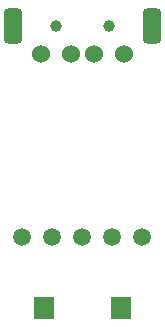
<source format=gbs>
G04 #@! TF.GenerationSoftware,KiCad,Pcbnew,(6.0.7-1)-1*
G04 #@! TF.CreationDate,2022-11-13T18:32:44+09:00*
G04 #@! TF.ProjectId,usbSerial,75736253-6572-4696-916c-2e6b69636164,V1.0*
G04 #@! TF.SameCoordinates,Original*
G04 #@! TF.FileFunction,Soldermask,Bot*
G04 #@! TF.FilePolarity,Negative*
%FSLAX46Y46*%
G04 Gerber Fmt 4.6, Leading zero omitted, Abs format (unit mm)*
G04 Created by KiCad (PCBNEW (6.0.7-1)-1) date 2022-11-13 18:32:44*
%MOMM*%
%LPD*%
G01*
G04 APERTURE LIST*
G04 Aperture macros list*
%AMRoundRect*
0 Rectangle with rounded corners*
0 $1 Rounding radius*
0 $2 $3 $4 $5 $6 $7 $8 $9 X,Y pos of 4 corners*
0 Add a 4 corners polygon primitive as box body*
4,1,4,$2,$3,$4,$5,$6,$7,$8,$9,$2,$3,0*
0 Add four circle primitives for the rounded corners*
1,1,$1+$1,$2,$3*
1,1,$1+$1,$4,$5*
1,1,$1+$1,$6,$7*
1,1,$1+$1,$8,$9*
0 Add four rect primitives between the rounded corners*
20,1,$1+$1,$2,$3,$4,$5,0*
20,1,$1+$1,$4,$5,$6,$7,0*
20,1,$1+$1,$6,$7,$8,$9,0*
20,1,$1+$1,$8,$9,$2,$3,0*%
G04 Aperture macros list end*
%ADD10R,1.800000X1.900000*%
%ADD11C,1.500000*%
%ADD12C,1.000000*%
%ADD13C,1.524000*%
%ADD14RoundRect,0.400000X0.400000X1.100000X-0.400000X1.100000X-0.400000X-1.100000X0.400000X-1.100000X0*%
G04 APERTURE END LIST*
D10*
X-3250000Y-12000000D03*
X3250000Y-12000000D03*
D11*
X-5080000Y-6000000D03*
X0Y-6000000D03*
X2540000Y-6000000D03*
X5080000Y-6000000D03*
X-2540000Y-6000000D03*
D12*
X-2250000Y11900000D03*
X2250000Y11900000D03*
D13*
X-3500000Y9500000D03*
X-1000000Y9500000D03*
X1000000Y9500000D03*
X3500000Y9500000D03*
D14*
X-5850000Y11900000D03*
X5850000Y11900000D03*
M02*

</source>
